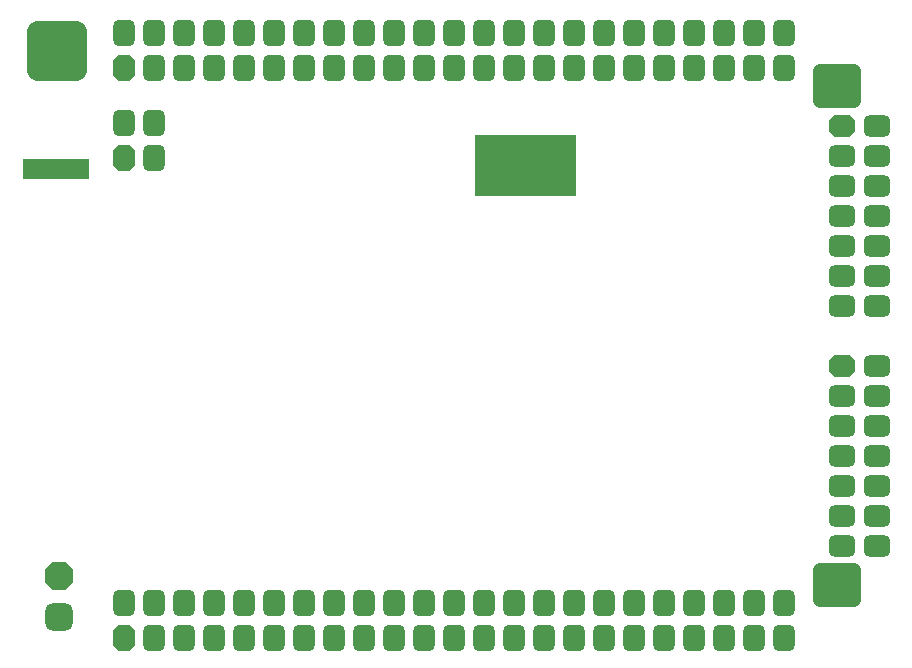
<source format=gbr>
%TF.GenerationSoftware,Altium Limited,Altium Designer,21.1.0 (24)*%
G04 Layer_Color=16711935*
%FSLAX45Y45*%
%MOMM*%
%TF.SameCoordinates,396C0E3A-29EE-4C6C-8395-06145A698007*%
%TF.FilePolarity,Negative*%
%TF.FileFunction,Soldermask,Bot*%
%TF.Part,Single*%
G01*
G75*
%TA.AperFunction,NonConductor*%
%ADD117R,5.70000X1.80000*%
%TA.AperFunction,ComponentPad*%
G04:AMPARAMS|DCode=118|XSize=1.83mm|YSize=2.23mm|CornerRadius=0mm|HoleSize=0mm|Usage=FLASHONLY|Rotation=0.000|XOffset=0mm|YOffset=0mm|HoleType=Round|Shape=Octagon|*
%AMOCTAGOND118*
4,1,8,-0.45750,1.11500,0.45750,1.11500,0.91500,0.65750,0.91500,-0.65750,0.45750,-1.11500,-0.45750,-1.11500,-0.91500,-0.65750,-0.91500,0.65750,-0.45750,1.11500,0.0*
%
%ADD118OCTAGOND118*%

G04:AMPARAMS|DCode=119|XSize=1.83mm|YSize=2.23mm|CornerRadius=0.49mm|HoleSize=0mm|Usage=FLASHONLY|Rotation=0.000|XOffset=0mm|YOffset=0mm|HoleType=Round|Shape=RoundedRectangle|*
%AMROUNDEDRECTD119*
21,1,1.83000,1.25001,0,0,0.0*
21,1,0.85000,2.23000,0,0,0.0*
1,1,0.98000,0.42500,-0.62500*
1,1,0.98000,-0.42500,-0.62500*
1,1,0.98000,-0.42500,0.62500*
1,1,0.98000,0.42500,0.62500*
%
%ADD119ROUNDEDRECTD119*%
G04:AMPARAMS|DCode=120|XSize=1.83mm|YSize=2.23mm|CornerRadius=0.49mm|HoleSize=0mm|Usage=FLASHONLY|Rotation=270.000|XOffset=0mm|YOffset=0mm|HoleType=Round|Shape=RoundedRectangle|*
%AMROUNDEDRECTD120*
21,1,1.83000,1.25001,0,0,270.0*
21,1,0.85000,2.23000,0,0,270.0*
1,1,0.98000,-0.62500,-0.42500*
1,1,0.98000,-0.62500,0.42500*
1,1,0.98000,0.62500,0.42500*
1,1,0.98000,0.62500,-0.42500*
%
%ADD120ROUNDEDRECTD120*%
G04:AMPARAMS|DCode=121|XSize=1.83mm|YSize=2.23mm|CornerRadius=0mm|HoleSize=0mm|Usage=FLASHONLY|Rotation=270.000|XOffset=0mm|YOffset=0mm|HoleType=Round|Shape=Octagon|*
%AMOCTAGOND121*
4,1,8,1.11500,0.45750,1.11500,-0.45750,0.65750,-0.91500,-0.65750,-0.91500,-1.11500,-0.45750,-1.11500,0.45750,-0.65750,0.91500,0.65750,0.91500,1.11500,0.45750,0.0*
%
%ADD121OCTAGOND121*%

G04:AMPARAMS|DCode=122|XSize=4.13mm|YSize=3.73mm|CornerRadius=0.605mm|HoleSize=0mm|Usage=FLASHONLY|Rotation=0.000|XOffset=0mm|YOffset=0mm|HoleType=Round|Shape=RoundedRectangle|*
%AMROUNDEDRECTD122*
21,1,4.13000,2.52000,0,0,0.0*
21,1,2.92000,3.73000,0,0,0.0*
1,1,1.21000,1.46000,-1.26000*
1,1,1.21000,-1.46000,-1.26000*
1,1,1.21000,-1.46000,1.26000*
1,1,1.21000,1.46000,1.26000*
%
%ADD122ROUNDEDRECTD122*%
G04:AMPARAMS|DCode=123|XSize=5.13mm|YSize=5.13mm|CornerRadius=1.065mm|HoleSize=0mm|Usage=FLASHONLY|Rotation=0.000|XOffset=0mm|YOffset=0mm|HoleType=Round|Shape=RoundedRectangle|*
%AMROUNDEDRECTD123*
21,1,5.13000,3.00000,0,0,0.0*
21,1,3.00000,5.13000,0,0,0.0*
1,1,2.13000,1.50000,-1.50000*
1,1,2.13000,-1.50000,-1.50000*
1,1,2.13000,-1.50000,1.50000*
1,1,2.13000,1.50000,1.50000*
%
%ADD123ROUNDEDRECTD123*%
G04:AMPARAMS|DCode=124|XSize=2.33mm|YSize=2.33mm|CornerRadius=0mm|HoleSize=0mm|Usage=FLASHONLY|Rotation=270.000|XOffset=0mm|YOffset=0mm|HoleType=Round|Shape=Octagon|*
%AMOCTAGOND124*
4,1,8,-0.58250,-1.16500,0.58250,-1.16500,1.16500,-0.58250,1.16500,0.58250,0.58250,1.16500,-0.58250,1.16500,-1.16500,0.58250,-1.16500,-0.58250,-0.58250,-1.16500,0.0*
%
%ADD124OCTAGOND124*%

G04:AMPARAMS|DCode=125|XSize=2.33mm|YSize=2.33mm|CornerRadius=0.615mm|HoleSize=0mm|Usage=FLASHONLY|Rotation=270.000|XOffset=0mm|YOffset=0mm|HoleType=Round|Shape=RoundedRectangle|*
%AMROUNDEDRECTD125*
21,1,2.33000,1.10000,0,0,270.0*
21,1,1.10000,2.33000,0,0,270.0*
1,1,1.23001,-0.55000,-0.55000*
1,1,1.23001,-0.55000,0.55000*
1,1,1.23001,0.55000,0.55000*
1,1,1.23001,0.55000,-0.55000*
%
%ADD125ROUNDEDRECTD125*%
G36*
X5859999Y3914996D02*
X4999999Y3914996D01*
X5000000Y4425853D01*
X5860000Y4425853D01*
X5859999Y3914996D01*
D02*
G37*
D117*
X1455000Y4140000D02*
D03*
D118*
X2032000Y170500D02*
D03*
Y4996500D02*
D03*
Y4238400D02*
D03*
D119*
X2286000Y170500D02*
D03*
X2540000D02*
D03*
X2794000D02*
D03*
X3048000D02*
D03*
X3302000D02*
D03*
X3556000D02*
D03*
X3810000D02*
D03*
X4064000D02*
D03*
X4318000D02*
D03*
X4572000D02*
D03*
X4826000D02*
D03*
X5080000D02*
D03*
X5334000D02*
D03*
X5588000D02*
D03*
X5842000D02*
D03*
X6096000D02*
D03*
X6350000D02*
D03*
X6604000D02*
D03*
X6858000D02*
D03*
X7112000D02*
D03*
X7366000D02*
D03*
X7620000D02*
D03*
X2032000Y464500D02*
D03*
X2286000D02*
D03*
X2540000D02*
D03*
X2794000D02*
D03*
X3048000D02*
D03*
X3302000D02*
D03*
X3556000D02*
D03*
X3810000D02*
D03*
X4064000D02*
D03*
X4318000D02*
D03*
X4572000D02*
D03*
X4826000D02*
D03*
X5080000D02*
D03*
X5334000D02*
D03*
X5588000D02*
D03*
X5842000D02*
D03*
X6096000D02*
D03*
X6350000D02*
D03*
X6604000D02*
D03*
X6858000D02*
D03*
X7112000D02*
D03*
X7366000D02*
D03*
X7620000D02*
D03*
X2286000Y4996500D02*
D03*
X2540000D02*
D03*
X2794000D02*
D03*
X3048000D02*
D03*
X3302000D02*
D03*
X3556000D02*
D03*
X3810000D02*
D03*
X4064000D02*
D03*
X4318000D02*
D03*
X4572000D02*
D03*
X4826000D02*
D03*
X5080000D02*
D03*
X5334000D02*
D03*
X5588000D02*
D03*
X5842000D02*
D03*
X6096000D02*
D03*
X6350000D02*
D03*
X6604000D02*
D03*
X6858000D02*
D03*
X7112000D02*
D03*
X7366000D02*
D03*
X7620000D02*
D03*
X2032000Y5290500D02*
D03*
X2286000D02*
D03*
X2540000D02*
D03*
X2794000D02*
D03*
X3048000D02*
D03*
X3302000D02*
D03*
X3556000D02*
D03*
X3810000D02*
D03*
X4064000D02*
D03*
X4318000D02*
D03*
X4572000D02*
D03*
X4826000D02*
D03*
X5080000D02*
D03*
X5334000D02*
D03*
X5588000D02*
D03*
X5842000D02*
D03*
X6096000D02*
D03*
X6350000D02*
D03*
X6604000D02*
D03*
X6858000D02*
D03*
X7112000D02*
D03*
X7366000D02*
D03*
X7620000D02*
D03*
X2286000Y4238400D02*
D03*
Y4532400D02*
D03*
X2032000D02*
D03*
D120*
X8402000Y952800D02*
D03*
Y1206800D02*
D03*
Y1460800D02*
D03*
Y1714800D02*
D03*
Y1968800D02*
D03*
Y2222800D02*
D03*
Y2476800D02*
D03*
X8108000Y952800D02*
D03*
Y1206800D02*
D03*
Y1460800D02*
D03*
Y1714800D02*
D03*
Y1968800D02*
D03*
Y2222800D02*
D03*
Y4254800D02*
D03*
Y4000800D02*
D03*
Y3746800D02*
D03*
Y3492800D02*
D03*
Y3238800D02*
D03*
Y2984800D02*
D03*
X8402000Y4508800D02*
D03*
Y4254800D02*
D03*
Y4000800D02*
D03*
Y3746800D02*
D03*
Y3492800D02*
D03*
Y3238800D02*
D03*
Y2984800D02*
D03*
D121*
X8108000Y2476800D02*
D03*
Y4508800D02*
D03*
D122*
X8064500Y615000D02*
D03*
Y4846000D02*
D03*
D123*
X1460500Y5143500D02*
D03*
D124*
X1480000Y695000D02*
D03*
D125*
Y345000D02*
D03*
%TF.MD5,326d4a72403d441db430c4cda5518544*%
M02*

</source>
